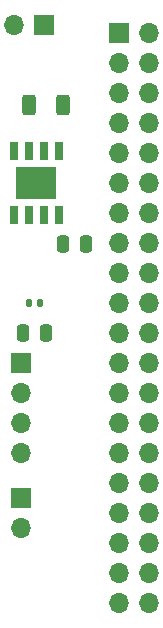
<source format=gbr>
%TF.GenerationSoftware,KiCad,Pcbnew,7.0.10*%
%TF.CreationDate,2024-01-20T20:35:46-05:00*%
%TF.ProjectId,zuul,7a75756c-2e6b-4696-9361-645f70636258,rev?*%
%TF.SameCoordinates,Original*%
%TF.FileFunction,Soldermask,Top*%
%TF.FilePolarity,Negative*%
%FSLAX46Y46*%
G04 Gerber Fmt 4.6, Leading zero omitted, Abs format (unit mm)*
G04 Created by KiCad (PCBNEW 7.0.10) date 2024-01-20 20:35:46*
%MOMM*%
%LPD*%
G01*
G04 APERTURE LIST*
G04 Aperture macros list*
%AMRoundRect*
0 Rectangle with rounded corners*
0 $1 Rounding radius*
0 $2 $3 $4 $5 $6 $7 $8 $9 X,Y pos of 4 corners*
0 Add a 4 corners polygon primitive as box body*
4,1,4,$2,$3,$4,$5,$6,$7,$8,$9,$2,$3,0*
0 Add four circle primitives for the rounded corners*
1,1,$1+$1,$2,$3*
1,1,$1+$1,$4,$5*
1,1,$1+$1,$6,$7*
1,1,$1+$1,$8,$9*
0 Add four rect primitives between the rounded corners*
20,1,$1+$1,$2,$3,$4,$5,0*
20,1,$1+$1,$4,$5,$6,$7,0*
20,1,$1+$1,$6,$7,$8,$9,0*
20,1,$1+$1,$8,$9,$2,$3,0*%
G04 Aperture macros list end*
%ADD10RoundRect,0.250000X0.250000X0.475000X-0.250000X0.475000X-0.250000X-0.475000X0.250000X-0.475000X0*%
%ADD11R,0.650000X1.525000*%
%ADD12R,3.400000X2.710000*%
%ADD13RoundRect,0.250000X-0.312500X-0.625000X0.312500X-0.625000X0.312500X0.625000X-0.312500X0.625000X0*%
%ADD14RoundRect,0.250000X-0.250000X-0.475000X0.250000X-0.475000X0.250000X0.475000X-0.250000X0.475000X0*%
%ADD15RoundRect,0.140000X0.140000X0.170000X-0.140000X0.170000X-0.140000X-0.170000X0.140000X-0.170000X0*%
%ADD16R,1.700000X1.700000*%
%ADD17O,1.700000X1.700000*%
G04 APERTURE END LIST*
D10*
%TO.C,C2*%
X34450000Y-55880000D03*
X32550000Y-55880000D03*
%TD*%
D11*
%TO.C,IC1*%
X31750000Y-45892000D03*
X33020000Y-45892000D03*
X34290000Y-45892000D03*
X35560000Y-45892000D03*
X35560000Y-40468000D03*
X34290000Y-40468000D03*
X33020000Y-40468000D03*
X31750000Y-40468000D03*
D12*
X33655000Y-43180000D03*
%TD*%
D13*
%TO.C,R1*%
X33014084Y-36563709D03*
X35939084Y-36563709D03*
%TD*%
D14*
%TO.C,C3*%
X35950725Y-48328534D03*
X37850725Y-48328534D03*
%TD*%
D15*
%TO.C,C1*%
X33972285Y-53340000D03*
X33012285Y-53340000D03*
%TD*%
D16*
%TO.C,J3*%
X32315000Y-58420000D03*
D17*
X32315000Y-60960000D03*
X32315000Y-63500000D03*
X32315000Y-66040000D03*
%TD*%
D16*
%TO.C,J2*%
X34295000Y-29775000D03*
D17*
X31755000Y-29775000D03*
%TD*%
D16*
%TO.C,J4*%
X32315000Y-69845000D03*
D17*
X32315000Y-72385000D03*
%TD*%
D16*
%TO.C,J1*%
X40640000Y-30480000D03*
D17*
X43180000Y-30480000D03*
X40640000Y-33020000D03*
X43180000Y-33020000D03*
X40640000Y-35560000D03*
X43180000Y-35560000D03*
X40640000Y-38100000D03*
X43180000Y-38100000D03*
X40640000Y-40640000D03*
X43180000Y-40640000D03*
X40640000Y-43180000D03*
X43180000Y-43180000D03*
X40640000Y-45720000D03*
X43180000Y-45720000D03*
X40640000Y-48260000D03*
X43180000Y-48260000D03*
X40640000Y-50800000D03*
X43180000Y-50800000D03*
X40640000Y-53340000D03*
X43180000Y-53340000D03*
X40640000Y-55880000D03*
X43180000Y-55880000D03*
X40640000Y-58420000D03*
X43180000Y-58420000D03*
X40640000Y-60960000D03*
X43180000Y-60960000D03*
X40640000Y-63500000D03*
X43180000Y-63500000D03*
X40640000Y-66040000D03*
X43180000Y-66040000D03*
X40640000Y-68580000D03*
X43180000Y-68580000D03*
X40640000Y-71120000D03*
X43180000Y-71120000D03*
X40640000Y-73660000D03*
X43180000Y-73660000D03*
X40640000Y-76200000D03*
X43180000Y-76200000D03*
X40640000Y-78740000D03*
X43180000Y-78740000D03*
%TD*%
M02*

</source>
